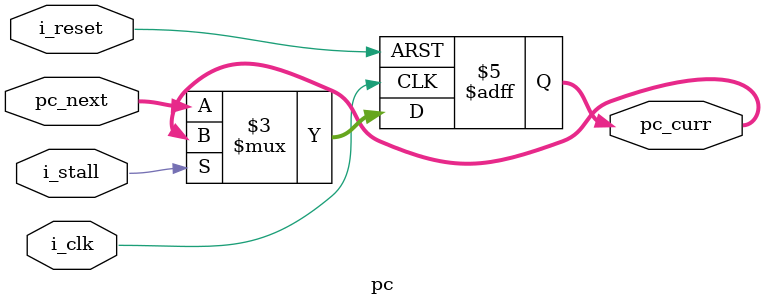
<source format=sv>
module pc(
    input                    i_clk, 
    input                    i_reset,
    input                    i_stall, 
    input        [31:0]      pc_next, 
    output logic [31:0]      pc_curr
);
    always_ff @(posedge i_clk, posedge i_reset) begin 
        if (i_reset) begin 
            pc_curr <= 0;
        end 
        
        else if (~i_stall) begin 
            pc_curr <= pc_next;
        end 
    end 
endmodule


</source>
